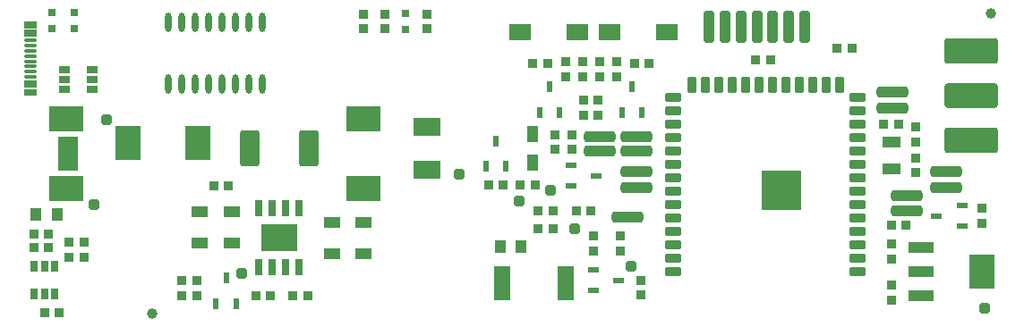
<source format=gbr>
G04*
G04 #@! TF.GenerationSoftware,Altium Limited,Altium Designer,25.8.1 (18)*
G04*
G04 Layer_Color=8421504*
%FSLAX44Y44*%
%MOMM*%
G71*
G04*
G04 #@! TF.SameCoordinates,845D26C6-CDDF-46F2-9304-2575DF004011*
G04*
G04*
G04 #@! TF.FilePolarity,Positive*
G04*
G01*
G75*
G04:AMPARAMS|DCode=15|XSize=3mm|YSize=1mm|CornerRadius=0.25mm|HoleSize=0mm|Usage=FLASHONLY|Rotation=0.000|XOffset=0mm|YOffset=0mm|HoleType=Round|Shape=RoundedRectangle|*
%AMROUNDEDRECTD15*
21,1,3.0000,0.5000,0,0,0.0*
21,1,2.5000,1.0000,0,0,0.0*
1,1,0.5000,1.2500,-0.2500*
1,1,0.5000,-1.2500,-0.2500*
1,1,0.5000,-1.2500,0.2500*
1,1,0.5000,1.2500,0.2500*
%
%ADD15ROUNDEDRECTD15*%
G04:AMPARAMS|DCode=16|XSize=3mm|YSize=1mm|CornerRadius=0.25mm|HoleSize=0mm|Usage=FLASHONLY|Rotation=90.000|XOffset=0mm|YOffset=0mm|HoleType=Round|Shape=RoundedRectangle|*
%AMROUNDEDRECTD16*
21,1,3.0000,0.5000,0,0,90.0*
21,1,2.5000,1.0000,0,0,90.0*
1,1,0.5000,0.2500,1.2500*
1,1,0.5000,0.2500,-1.2500*
1,1,0.5000,-0.2500,-1.2500*
1,1,0.5000,-0.2500,1.2500*
%
%ADD16ROUNDEDRECTD16*%
%ADD17R,1.6000X3.2000*%
%ADD18R,0.8500X0.8500*%
%ADD19R,0.8500X0.8500*%
%ADD20R,1.0000X0.6000*%
%ADD21R,1.6000X1.0000*%
G04:AMPARAMS|DCode=22|XSize=2mm|YSize=1.6mm|CornerRadius=0.08mm|HoleSize=0mm|Usage=FLASHONLY|Rotation=0.000|XOffset=0mm|YOffset=0mm|HoleType=Round|Shape=RoundedRectangle|*
%AMROUNDEDRECTD22*
21,1,2.0000,1.4400,0,0,0.0*
21,1,1.8400,1.6000,0,0,0.0*
1,1,0.1600,0.9200,-0.7200*
1,1,0.1600,-0.9200,-0.7200*
1,1,0.1600,-0.9200,0.7200*
1,1,0.1600,0.9200,0.7200*
%
%ADD22ROUNDEDRECTD22*%
G04:AMPARAMS|DCode=23|XSize=1.1mm|YSize=0.6mm|CornerRadius=0.075mm|HoleSize=0mm|Usage=FLASHONLY|Rotation=0.000|XOffset=0mm|YOffset=0mm|HoleType=Round|Shape=RoundedRectangle|*
%AMROUNDEDRECTD23*
21,1,1.1000,0.4500,0,0,0.0*
21,1,0.9500,0.6000,0,0,0.0*
1,1,0.1500,0.4750,-0.2250*
1,1,0.1500,-0.4750,-0.2250*
1,1,0.1500,-0.4750,0.2250*
1,1,0.1500,0.4750,0.2250*
%
%ADD23ROUNDEDRECTD23*%
%ADD24O,0.6000X1.8500*%
G04:AMPARAMS|DCode=25|XSize=5.08mm|YSize=2.42mm|CornerRadius=0.3025mm|HoleSize=0mm|Usage=FLASHONLY|Rotation=180.000|XOffset=0mm|YOffset=0mm|HoleType=Round|Shape=RoundedRectangle|*
%AMROUNDEDRECTD25*
21,1,5.0800,1.8150,0,0,180.0*
21,1,4.4750,2.4200,0,0,180.0*
1,1,0.6050,-2.2375,0.9075*
1,1,0.6050,2.2375,0.9075*
1,1,0.6050,2.2375,-0.9075*
1,1,0.6050,-2.2375,-0.9075*
%
%ADD25ROUNDEDRECTD25*%
%ADD26R,1.1500X0.3000*%
%ADD27R,0.6000X1.0000*%
%ADD28R,2.5000X1.7000*%
%ADD29R,1.9000X3.3000*%
G04:AMPARAMS|DCode=30|XSize=1.5mm|YSize=0.9mm|CornerRadius=0.1125mm|HoleSize=0mm|Usage=FLASHONLY|Rotation=180.000|XOffset=0mm|YOffset=0mm|HoleType=Round|Shape=RoundedRectangle|*
%AMROUNDEDRECTD30*
21,1,1.5000,0.6750,0,0,180.0*
21,1,1.2750,0.9000,0,0,180.0*
1,1,0.2250,-0.6375,0.3375*
1,1,0.2250,0.6375,0.3375*
1,1,0.2250,0.6375,-0.3375*
1,1,0.2250,-0.6375,-0.3375*
%
%ADD30ROUNDEDRECTD30*%
%ADD31R,3.7000X3.7000*%
%ADD32R,0.8000X0.8000*%
G04:AMPARAMS|DCode=33|XSize=1.6mm|YSize=0.6mm|CornerRadius=0.075mm|HoleSize=0mm|Usage=FLASHONLY|Rotation=270.000|XOffset=0mm|YOffset=0mm|HoleType=Round|Shape=RoundedRectangle|*
%AMROUNDEDRECTD33*
21,1,1.6000,0.4500,0,0,270.0*
21,1,1.4500,0.6000,0,0,270.0*
1,1,0.1500,-0.2250,-0.7250*
1,1,0.1500,-0.2250,0.7250*
1,1,0.1500,0.2250,0.7250*
1,1,0.1500,0.2250,-0.7250*
%
%ADD33ROUNDEDRECTD33*%
%ADD34R,3.5100X2.6200*%
%ADD35R,2.4000X1.0000*%
%ADD36C,1.0000*%
%ADD37R,2.4000X3.3000*%
%ADD38R,1.0000X1.2500*%
G04:AMPARAMS|DCode=39|XSize=1mm|YSize=1mm|CornerRadius=0.25mm|HoleSize=0mm|Usage=FLASHONLY|Rotation=0.000|XOffset=0mm|YOffset=0mm|HoleType=Round|Shape=RoundedRectangle|*
%AMROUNDEDRECTD39*
21,1,1.0000,0.5000,0,0,0.0*
21,1,0.5000,1.0000,0,0,0.0*
1,1,0.5000,0.2500,-0.2500*
1,1,0.5000,-0.2500,-0.2500*
1,1,0.5000,-0.2500,0.2500*
1,1,0.5000,0.2500,0.2500*
%
%ADD39ROUNDEDRECTD39*%
G04:AMPARAMS|DCode=40|XSize=1.5mm|YSize=0.9mm|CornerRadius=0.1125mm|HoleSize=0mm|Usage=FLASHONLY|Rotation=270.000|XOffset=0mm|YOffset=0mm|HoleType=Round|Shape=RoundedRectangle|*
%AMROUNDEDRECTD40*
21,1,1.5000,0.6750,0,0,270.0*
21,1,1.2750,0.9000,0,0,270.0*
1,1,0.2250,-0.3375,-0.6375*
1,1,0.2250,-0.3375,0.6375*
1,1,0.2250,0.3375,0.6375*
1,1,0.2250,0.3375,-0.6375*
%
%ADD40ROUNDEDRECTD40*%
%ADD41R,1.0000X1.5000*%
%ADD42R,3.3000X2.4000*%
G04:AMPARAMS|DCode=43|XSize=0.3mm|YSize=1.15mm|CornerRadius=0.0375mm|HoleSize=0mm|Usage=FLASHONLY|Rotation=270.000|XOffset=0mm|YOffset=0mm|HoleType=Round|Shape=RoundedRectangle|*
%AMROUNDEDRECTD43*
21,1,0.3000,1.0750,0,0,270.0*
21,1,0.2250,1.1500,0,0,270.0*
1,1,0.0750,-0.5375,-0.1125*
1,1,0.0750,-0.5375,0.1125*
1,1,0.0750,0.5375,0.1125*
1,1,0.0750,0.5375,-0.1125*
%
%ADD43ROUNDEDRECTD43*%
G04:AMPARAMS|DCode=44|XSize=5.08mm|YSize=2.29mm|CornerRadius=0.2862mm|HoleSize=0mm|Usage=FLASHONLY|Rotation=180.000|XOffset=0mm|YOffset=0mm|HoleType=Round|Shape=RoundedRectangle|*
%AMROUNDEDRECTD44*
21,1,5.0800,1.7175,0,0,180.0*
21,1,4.5075,2.2900,0,0,180.0*
1,1,0.5725,-2.2538,0.8588*
1,1,0.5725,2.2538,0.8588*
1,1,0.5725,2.2538,-0.8588*
1,1,0.5725,-2.2538,-0.8588*
%
%ADD44ROUNDEDRECTD44*%
%ADD45R,1.8000X1.1000*%
G04:AMPARAMS|DCode=46|XSize=1.85mm|YSize=3.4mm|CornerRadius=0.2313mm|HoleSize=0mm|Usage=FLASHONLY|Rotation=0.000|XOffset=0mm|YOffset=0mm|HoleType=Round|Shape=RoundedRectangle|*
%AMROUNDEDRECTD46*
21,1,1.8500,2.9375,0,0,0.0*
21,1,1.3875,3.4000,0,0,0.0*
1,1,0.4625,0.6938,-1.4688*
1,1,0.4625,-0.6938,-1.4688*
1,1,0.4625,-0.6938,1.4688*
1,1,0.4625,0.6938,1.4688*
%
%ADD46ROUNDEDRECTD46*%
G04:AMPARAMS|DCode=47|XSize=1.1mm|YSize=0.6mm|CornerRadius=0.075mm|HoleSize=0mm|Usage=FLASHONLY|Rotation=90.000|XOffset=0mm|YOffset=0mm|HoleType=Round|Shape=RoundedRectangle|*
%AMROUNDEDRECTD47*
21,1,1.1000,0.4500,0,0,90.0*
21,1,0.9500,0.6000,0,0,90.0*
1,1,0.1500,0.2250,0.4750*
1,1,0.1500,0.2250,-0.4750*
1,1,0.1500,-0.2250,-0.4750*
1,1,0.1500,-0.2250,0.4750*
%
%ADD47ROUNDEDRECTD47*%
D15*
X648000Y138000D02*
D03*
X890000Y213000D02*
D03*
Y228000D02*
D03*
X648000Y186000D02*
D03*
X904000Y116000D02*
D03*
X648000Y172000D02*
D03*
X904000Y130000D02*
D03*
X613000Y172000D02*
D03*
X941000Y138000D02*
D03*
X648000Y153000D02*
D03*
X941000D02*
D03*
X640000Y110000D02*
D03*
X613000Y186000D02*
D03*
D16*
X777000Y290000D02*
D03*
X807000D02*
D03*
X732000D02*
D03*
X792000D02*
D03*
X762000D02*
D03*
X747000D02*
D03*
X717000D02*
D03*
D17*
X521000Y47000D02*
D03*
X581000D02*
D03*
D18*
X660000Y255000D02*
D03*
X550000D02*
D03*
X102000Y19000D02*
D03*
X555000Y99000D02*
D03*
X248000Y139000D02*
D03*
X288000Y35000D02*
D03*
X903000Y102000D02*
D03*
X555000Y116000D02*
D03*
X78000Y81000D02*
D03*
X92000D02*
D03*
X78000Y94000D02*
D03*
X92000D02*
D03*
X761000Y259000D02*
D03*
X775000D02*
D03*
X896000Y198000D02*
D03*
X882000D02*
D03*
X569000Y116000D02*
D03*
X605000D02*
D03*
X591000D02*
D03*
X889000Y102000D02*
D03*
X852000Y270000D02*
D03*
X838000D02*
D03*
X538000Y140000D02*
D03*
X552000D02*
D03*
X522000D02*
D03*
X508000D02*
D03*
X302000Y35000D02*
D03*
X337000D02*
D03*
X323000D02*
D03*
X232000D02*
D03*
X218000D02*
D03*
X218000Y50000D02*
D03*
X232000D02*
D03*
X262000Y139000D02*
D03*
X569000Y99000D02*
D03*
X88000Y19000D02*
D03*
X564000Y255000D02*
D03*
X598000Y221000D02*
D03*
X612000D02*
D03*
X612000Y206000D02*
D03*
X598000D02*
D03*
X646000Y255000D02*
D03*
D19*
X912000Y195000D02*
D03*
Y166000D02*
D03*
X889000Y31000D02*
D03*
Y84000D02*
D03*
X111000Y72000D02*
D03*
X975000Y118000D02*
D03*
Y104000D02*
D03*
X111000Y86000D02*
D03*
X126000Y72000D02*
D03*
Y86000D02*
D03*
X587000Y174000D02*
D03*
Y188000D02*
D03*
X571000Y188000D02*
D03*
Y174000D02*
D03*
X410000Y288000D02*
D03*
Y302000D02*
D03*
X652000Y50000D02*
D03*
Y36000D02*
D03*
X633000Y78000D02*
D03*
Y92000D02*
D03*
X607000Y92000D02*
D03*
Y78000D02*
D03*
X889000Y70000D02*
D03*
Y45000D02*
D03*
X912000Y152000D02*
D03*
Y181000D02*
D03*
X581000Y243000D02*
D03*
Y257000D02*
D03*
X597000Y257000D02*
D03*
Y243000D02*
D03*
X390000Y288000D02*
D03*
Y302000D02*
D03*
X613000Y243000D02*
D03*
Y257000D02*
D03*
X629000Y243000D02*
D03*
Y257000D02*
D03*
X450000Y288000D02*
D03*
Y302000D02*
D03*
D20*
X932000Y111000D02*
D03*
X607000Y40500D02*
D03*
X610000Y149000D02*
D03*
X586000Y139500D02*
D03*
Y158500D02*
D03*
X631000Y50000D02*
D03*
X607000Y59500D02*
D03*
X956000Y120500D02*
D03*
Y101500D02*
D03*
D21*
X235000Y85000D02*
D03*
X265000D02*
D03*
X360000Y75000D02*
D03*
X390000D02*
D03*
Y105000D02*
D03*
X360000D02*
D03*
X265000Y115000D02*
D03*
X235000D02*
D03*
D22*
X538000Y285000D02*
D03*
X677000D02*
D03*
X623000D02*
D03*
X592000D02*
D03*
D23*
X107000Y240000D02*
D03*
X133000Y249500D02*
D03*
Y240000D02*
D03*
Y230500D02*
D03*
X107000D02*
D03*
Y249500D02*
D03*
D24*
X294450Y294000D02*
D03*
X205550D02*
D03*
X218250D02*
D03*
X230950D02*
D03*
X243650D02*
D03*
X256350D02*
D03*
X269050D02*
D03*
X281750D02*
D03*
X205550Y236000D02*
D03*
X218250D02*
D03*
X230950D02*
D03*
X243650D02*
D03*
X256350D02*
D03*
X269050D02*
D03*
X281750D02*
D03*
X294450D02*
D03*
D25*
X965000Y267500D02*
D03*
Y182500D02*
D03*
D26*
X75000Y290500D02*
D03*
Y293500D02*
D03*
Y226500D02*
D03*
Y229500D02*
D03*
Y237500D02*
D03*
Y234500D02*
D03*
Y285500D02*
D03*
Y282500D02*
D03*
D27*
X269500Y28000D02*
D03*
X250500D02*
D03*
X260000Y52000D02*
D03*
X505500Y158000D02*
D03*
X524500D02*
D03*
X515000Y182000D02*
D03*
X566000Y233000D02*
D03*
X575500Y209000D02*
D03*
X556500D02*
D03*
X644000Y233000D02*
D03*
X653500Y209000D02*
D03*
X634500D02*
D03*
D28*
X450000Y195000D02*
D03*
Y155000D02*
D03*
D29*
X110000Y170000D02*
D03*
D30*
X857500Y57800D02*
D03*
X682500D02*
D03*
Y70500D02*
D03*
Y83200D02*
D03*
Y95900D02*
D03*
Y108600D02*
D03*
Y121300D02*
D03*
Y134000D02*
D03*
Y146700D02*
D03*
Y159400D02*
D03*
Y172100D02*
D03*
Y184800D02*
D03*
Y197500D02*
D03*
Y210200D02*
D03*
Y222900D02*
D03*
X857500D02*
D03*
Y210200D02*
D03*
Y197500D02*
D03*
Y184800D02*
D03*
Y172100D02*
D03*
Y159400D02*
D03*
Y146700D02*
D03*
Y134000D02*
D03*
Y121300D02*
D03*
Y108600D02*
D03*
Y95900D02*
D03*
Y83200D02*
D03*
Y70500D02*
D03*
D31*
X785000Y135000D02*
D03*
D32*
X430000Y287500D02*
D03*
Y302500D02*
D03*
X116000Y303500D02*
D03*
Y288500D02*
D03*
X95000D02*
D03*
Y303500D02*
D03*
D33*
X329050Y62000D02*
D03*
X316350D02*
D03*
X290950D02*
D03*
X303650D02*
D03*
X290950Y118000D02*
D03*
X303650D02*
D03*
X316350D02*
D03*
X329050D02*
D03*
D34*
X310000Y90000D02*
D03*
D35*
X917000Y81000D02*
D03*
Y58000D02*
D03*
Y35000D02*
D03*
D36*
X190000Y18000D02*
D03*
X983000Y303000D02*
D03*
D37*
X975000Y58000D02*
D03*
X167000Y180000D02*
D03*
X233000D02*
D03*
D38*
X539000Y82000D02*
D03*
X519000D02*
D03*
X100000Y112000D02*
D03*
X80000D02*
D03*
D39*
X275000Y56000D02*
D03*
X480000Y150000D02*
D03*
X135000Y122000D02*
D03*
X147000Y202000D02*
D03*
X643000Y63000D02*
D03*
X590000Y99000D02*
D03*
X567000Y135000D02*
D03*
X977000Y23000D02*
D03*
X537000Y125000D02*
D03*
D40*
X839850Y235400D02*
D03*
X827150D02*
D03*
X814450D02*
D03*
X801750D02*
D03*
X789050D02*
D03*
X776350D02*
D03*
X763650D02*
D03*
X750950D02*
D03*
X738250D02*
D03*
X725550D02*
D03*
X712850D02*
D03*
X700150D02*
D03*
D41*
X550000Y188750D02*
D03*
Y161250D02*
D03*
D42*
X390000Y137000D02*
D03*
Y203000D02*
D03*
X109000D02*
D03*
Y137000D02*
D03*
D43*
X75000Y257500D02*
D03*
Y262500D02*
D03*
Y252500D02*
D03*
Y267500D02*
D03*
Y247500D02*
D03*
Y272500D02*
D03*
Y242500D02*
D03*
Y277500D02*
D03*
D44*
X965000Y225000D02*
D03*
D45*
X889002Y180498D02*
D03*
Y155498D02*
D03*
D46*
X282250Y175000D02*
D03*
X337750D02*
D03*
D47*
X78500Y63000D02*
D03*
X88000D02*
D03*
X97500D02*
D03*
Y37000D02*
D03*
X88000D02*
D03*
X78500D02*
D03*
M02*

</source>
